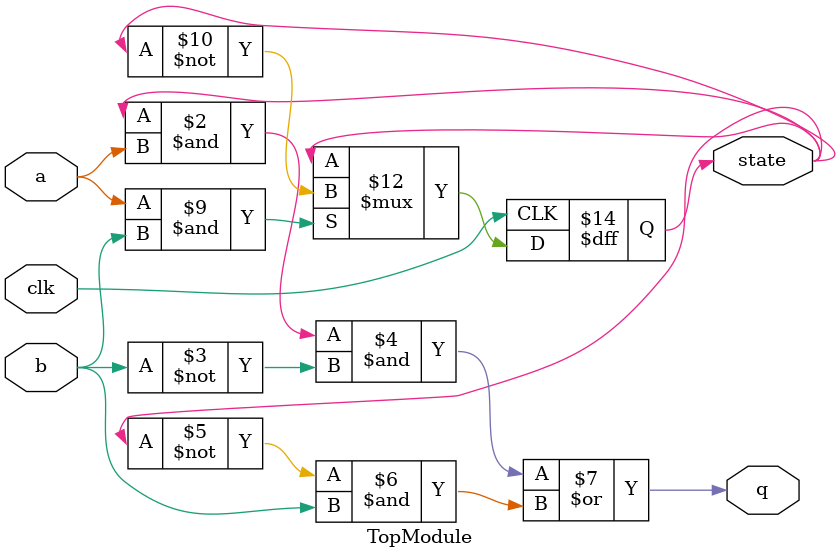
<source format=sv>
module TopModule(
    input logic clk,
    input logic a,
    input logic b,
    output logic q,
    output logic state
);

    logic next_state;

    // Combinational logic for q
    always @(*) begin
        q = (state & a & ~b) | (~state & b);
    end

    // Sequential logic for state
    always @(posedge clk) begin
        if (a & b) begin
            next_state = ~state;
        end else begin
            next_state = state;
        end
        state <= next_state;
    end

endmodule
</source>
